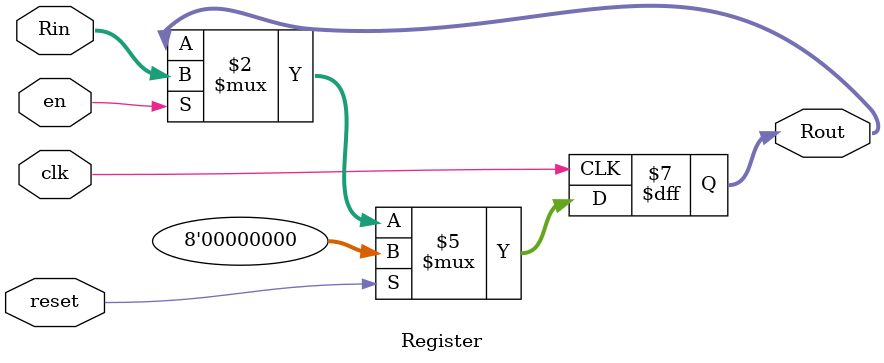
<source format=v>
`timescale 1ns / 1ps

module Register(
    
    input clk,en,reset,
    input [7:0] Rin,
    output reg [7:0] Rout
    );
    
    
    always @(posedge clk) begin
    
        if(reset)
            Rout <= 0;
        else 
        if(en) 
            Rout <= Rin;
    end
         
    
       
endmodule

</source>
